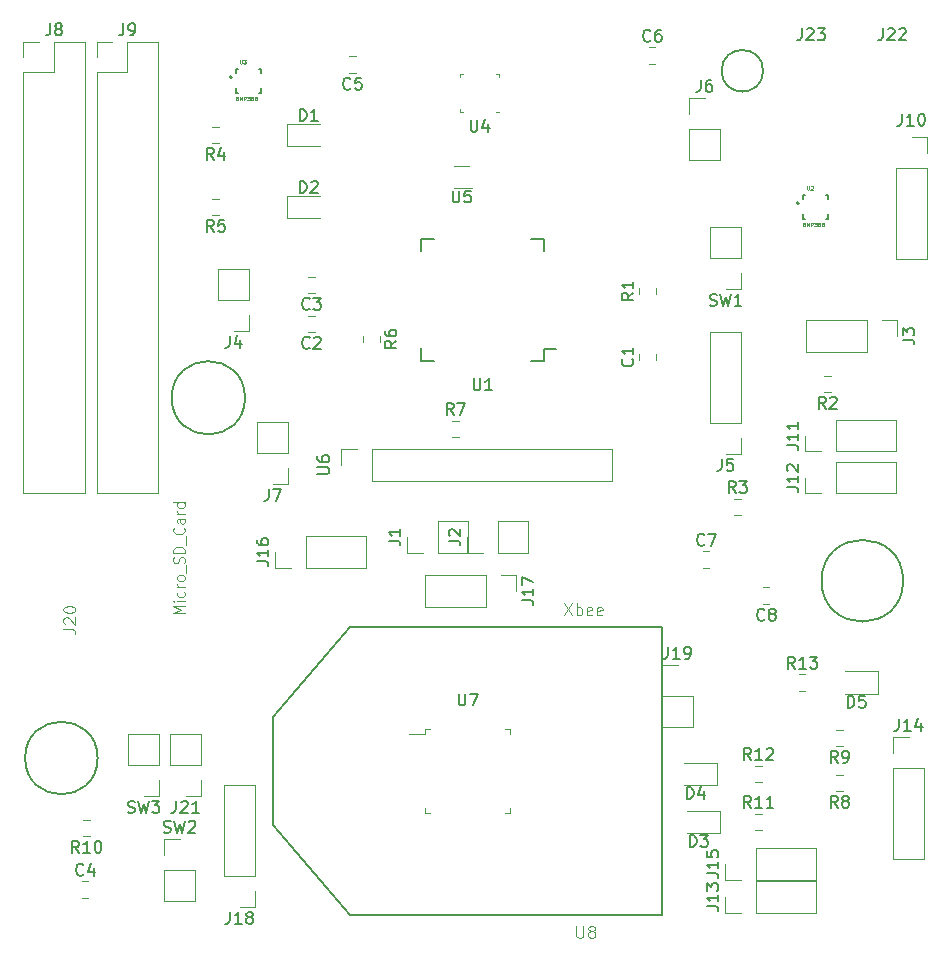
<source format=gbr>
G04 #@! TF.GenerationSoftware,KiCad,Pcbnew,(5.0.1-3-g963ef8bb5)*
G04 #@! TF.CreationDate,2020-02-17T18:14:17-05:00*
G04 #@! TF.ProjectId,v2SLI,7632534C492E6B696361645F70636200,rev?*
G04 #@! TF.SameCoordinates,Original*
G04 #@! TF.FileFunction,Legend,Top*
G04 #@! TF.FilePolarity,Positive*
%FSLAX46Y46*%
G04 Gerber Fmt 4.6, Leading zero omitted, Abs format (unit mm)*
G04 Created by KiCad (PCBNEW (5.0.1-3-g963ef8bb5)) date Monday, February 17, 2020 at 06:14:17 PM*
%MOMM*%
%LPD*%
G01*
G04 APERTURE LIST*
%ADD10C,0.200000*%
%ADD11C,0.120000*%
%ADD12C,0.150000*%
%ADD13C,0.127000*%
%ADD14C,0.050000*%
G04 APERTURE END LIST*
D10*
X131241353Y-94157352D02*
G75*
G03X131241353Y-94157352I-3069094J0D01*
G01*
X187590777Y-35970259D02*
G75*
G03X187590777Y-35970259I-1760518J0D01*
G01*
X199445033Y-79150259D02*
G75*
G03X199445033Y-79150259I-3454774J0D01*
G01*
X143718724Y-63656259D02*
G75*
G03X143718724Y-63656259I-3100465J0D01*
G01*
D11*
G04 #@! TO.C,U7*
X166120000Y-91690000D02*
X166120000Y-92110000D01*
X166120000Y-98810000D02*
X166120000Y-98390000D01*
X159000000Y-98810000D02*
X159000000Y-98390000D01*
X159000000Y-91690000D02*
X159420000Y-91690000D01*
X166120000Y-98810000D02*
X165700000Y-98810000D01*
X166120000Y-91690000D02*
X165700000Y-91690000D01*
X159000000Y-92110000D02*
X157620000Y-92110000D01*
X159000000Y-91690000D02*
X159000000Y-92110000D01*
X159000000Y-98810000D02*
X159420000Y-98810000D01*
G04 #@! TO.C,C1*
X178510000Y-60468252D02*
X178510000Y-59945748D01*
X177090000Y-60468252D02*
X177090000Y-59945748D01*
G04 #@! TO.C,C2*
X149613252Y-58114000D02*
X149090748Y-58114000D01*
X149613252Y-56694000D02*
X149090748Y-56694000D01*
G04 #@! TO.C,C3*
X149613252Y-53392000D02*
X149090748Y-53392000D01*
X149613252Y-54812000D02*
X149090748Y-54812000D01*
G04 #@! TO.C,C4*
X129943007Y-104602259D02*
X130465511Y-104602259D01*
X129943007Y-106022259D02*
X130465511Y-106022259D01*
G04 #@! TO.C,D1*
X147238000Y-42362000D02*
X150098000Y-42362000D01*
X147238000Y-40442000D02*
X147238000Y-42362000D01*
X150098000Y-40442000D02*
X147238000Y-40442000D01*
G04 #@! TO.C,D2*
X150098000Y-46538000D02*
X147238000Y-46538000D01*
X147238000Y-46538000D02*
X147238000Y-48458000D01*
X147238000Y-48458000D02*
X150098000Y-48458000D01*
G04 #@! TO.C,D3*
X183978000Y-98608000D02*
X181118000Y-98608000D01*
X183978000Y-100528000D02*
X183978000Y-98608000D01*
X181118000Y-100528000D02*
X183978000Y-100528000D01*
G04 #@! TO.C,D4*
X180864000Y-96464000D02*
X183724000Y-96464000D01*
X183724000Y-96464000D02*
X183724000Y-94544000D01*
X183724000Y-94544000D02*
X180864000Y-94544000D01*
G04 #@! TO.C,J1*
X162620000Y-76768000D02*
X162620000Y-74108000D01*
X160020000Y-76768000D02*
X162620000Y-76768000D01*
X160020000Y-74108000D02*
X162620000Y-74108000D01*
X160020000Y-76768000D02*
X160020000Y-74108000D01*
X158750000Y-76768000D02*
X157420000Y-76768000D01*
X157420000Y-76768000D02*
X157420000Y-75438000D01*
G04 #@! TO.C,J2*
X162500000Y-76768000D02*
X162500000Y-75438000D01*
X163830000Y-76768000D02*
X162500000Y-76768000D01*
X165100000Y-76768000D02*
X165100000Y-74108000D01*
X165100000Y-74108000D02*
X167700000Y-74108000D01*
X165100000Y-76768000D02*
X167700000Y-76768000D01*
X167700000Y-76768000D02*
X167700000Y-74108000D01*
G04 #@! TO.C,J3*
X198942000Y-57090000D02*
X198942000Y-58420000D01*
X197612000Y-57090000D02*
X198942000Y-57090000D01*
X196342000Y-57090000D02*
X196342000Y-59750000D01*
X196342000Y-59750000D02*
X191202000Y-59750000D01*
X196342000Y-57090000D02*
X191202000Y-57090000D01*
X191202000Y-57090000D02*
X191202000Y-59750000D01*
G04 #@! TO.C,J4*
X144078000Y-52772000D02*
X141418000Y-52772000D01*
X144078000Y-55372000D02*
X144078000Y-52772000D01*
X141418000Y-55372000D02*
X141418000Y-52772000D01*
X144078000Y-55372000D02*
X141418000Y-55372000D01*
X144078000Y-56642000D02*
X144078000Y-57972000D01*
X144078000Y-57972000D02*
X142748000Y-57972000D01*
G04 #@! TO.C,J5*
X185734000Y-58106000D02*
X183074000Y-58106000D01*
X185734000Y-65786000D02*
X185734000Y-58106000D01*
X183074000Y-65786000D02*
X183074000Y-58106000D01*
X185734000Y-65786000D02*
X183074000Y-65786000D01*
X185734000Y-67056000D02*
X185734000Y-68386000D01*
X185734000Y-68386000D02*
X184404000Y-68386000D01*
G04 #@! TO.C,J6*
X181296000Y-38294000D02*
X182626000Y-38294000D01*
X181296000Y-39624000D02*
X181296000Y-38294000D01*
X181296000Y-40894000D02*
X183956000Y-40894000D01*
X183956000Y-40894000D02*
X183956000Y-43494000D01*
X181296000Y-40894000D02*
X181296000Y-43494000D01*
X181296000Y-43494000D02*
X183956000Y-43494000D01*
G04 #@! TO.C,J7*
X147380000Y-65726000D02*
X144720000Y-65726000D01*
X147380000Y-68326000D02*
X147380000Y-65726000D01*
X144720000Y-68326000D02*
X144720000Y-65726000D01*
X147380000Y-68326000D02*
X144720000Y-68326000D01*
X147380000Y-69596000D02*
X147380000Y-70926000D01*
X147380000Y-70926000D02*
X146050000Y-70926000D01*
G04 #@! TO.C,J8*
X124955001Y-71735001D02*
X130155001Y-71735001D01*
X124955001Y-36115001D02*
X124955001Y-71735001D01*
X130155001Y-33515001D02*
X130155001Y-71735001D01*
X124955001Y-36115001D02*
X127555001Y-36115001D01*
X127555001Y-36115001D02*
X127555001Y-33515001D01*
X127555001Y-33515001D02*
X130155001Y-33515001D01*
X124955001Y-34845001D02*
X124955001Y-33515001D01*
X124955001Y-33515001D02*
X126285001Y-33515001D01*
G04 #@! TO.C,J9*
X131155001Y-33515001D02*
X132485001Y-33515001D01*
X131155001Y-34845001D02*
X131155001Y-33515001D01*
X133755001Y-33515001D02*
X136355001Y-33515001D01*
X133755001Y-36115001D02*
X133755001Y-33515001D01*
X131155001Y-36115001D02*
X133755001Y-36115001D01*
X136355001Y-33515001D02*
X136355001Y-71735001D01*
X131155001Y-36115001D02*
X131155001Y-71735001D01*
X131155001Y-71735001D02*
X136355001Y-71735001D01*
G04 #@! TO.C,J10*
X198822000Y-44196000D02*
X201482000Y-44196000D01*
X198822000Y-44196000D02*
X198822000Y-51876000D01*
X198822000Y-51876000D02*
X201482000Y-51876000D01*
X201482000Y-44196000D02*
X201482000Y-51876000D01*
X201482000Y-41596000D02*
X201482000Y-42926000D01*
X200152000Y-41596000D02*
X201482000Y-41596000D01*
G04 #@! TO.C,J11*
X198867588Y-68205990D02*
X198867588Y-65545990D01*
X193727588Y-68205990D02*
X198867588Y-68205990D01*
X193727588Y-65545990D02*
X198867588Y-65545990D01*
X193727588Y-68205990D02*
X193727588Y-65545990D01*
X192457588Y-68205990D02*
X191127588Y-68205990D01*
X191127588Y-68205990D02*
X191127588Y-66875990D01*
G04 #@! TO.C,J12*
X198867588Y-71761990D02*
X198867588Y-69101990D01*
X193727588Y-71761990D02*
X198867588Y-71761990D01*
X193727588Y-69101990D02*
X198867588Y-69101990D01*
X193727588Y-71761990D02*
X193727588Y-69101990D01*
X192457588Y-71761990D02*
X191127588Y-71761990D01*
X191127588Y-71761990D02*
X191127588Y-70431990D01*
G04 #@! TO.C,J13*
X184344000Y-107248000D02*
X184344000Y-105918000D01*
X185674000Y-107248000D02*
X184344000Y-107248000D01*
X186944000Y-107248000D02*
X186944000Y-104588000D01*
X186944000Y-104588000D02*
X192084000Y-104588000D01*
X186944000Y-107248000D02*
X192084000Y-107248000D01*
X192084000Y-107248000D02*
X192084000Y-104588000D01*
G04 #@! TO.C,J14*
X198568000Y-92396000D02*
X199898000Y-92396000D01*
X198568000Y-93726000D02*
X198568000Y-92396000D01*
X198568000Y-94996000D02*
X201228000Y-94996000D01*
X201228000Y-94996000D02*
X201228000Y-102676000D01*
X198568000Y-94996000D02*
X198568000Y-102676000D01*
X198568000Y-102676000D02*
X201228000Y-102676000D01*
G04 #@! TO.C,J15*
X192084000Y-104454000D02*
X192084000Y-101794000D01*
X186944000Y-104454000D02*
X192084000Y-104454000D01*
X186944000Y-101794000D02*
X192084000Y-101794000D01*
X186944000Y-104454000D02*
X186944000Y-101794000D01*
X185674000Y-104454000D02*
X184344000Y-104454000D01*
X184344000Y-104454000D02*
X184344000Y-103124000D01*
G04 #@! TO.C,J16*
X146244000Y-78038000D02*
X146244000Y-76708000D01*
X147574000Y-78038000D02*
X146244000Y-78038000D01*
X148844000Y-78038000D02*
X148844000Y-75378000D01*
X148844000Y-75378000D02*
X153984000Y-75378000D01*
X148844000Y-78038000D02*
X153984000Y-78038000D01*
X153984000Y-78038000D02*
X153984000Y-75378000D01*
G04 #@! TO.C,J17*
X158944000Y-78680000D02*
X158944000Y-81340000D01*
X164084000Y-78680000D02*
X158944000Y-78680000D01*
X164084000Y-81340000D02*
X158944000Y-81340000D01*
X164084000Y-78680000D02*
X164084000Y-81340000D01*
X165354000Y-78680000D02*
X166684000Y-78680000D01*
X166684000Y-78680000D02*
X166684000Y-80010000D01*
G04 #@! TO.C,J18*
X144586000Y-96460000D02*
X141926000Y-96460000D01*
X144586000Y-104140000D02*
X144586000Y-96460000D01*
X141926000Y-104140000D02*
X141926000Y-96460000D01*
X144586000Y-104140000D02*
X141926000Y-104140000D01*
X144586000Y-105410000D02*
X144586000Y-106740000D01*
X144586000Y-106740000D02*
X143256000Y-106740000D01*
G04 #@! TO.C,J19*
X179010000Y-86300000D02*
X180340000Y-86300000D01*
X179010000Y-87630000D02*
X179010000Y-86300000D01*
X179010000Y-88900000D02*
X181670000Y-88900000D01*
X181670000Y-88900000D02*
X181670000Y-91500000D01*
X179010000Y-88900000D02*
X179010000Y-91500000D01*
X179010000Y-91500000D02*
X181670000Y-91500000D01*
G04 #@! TO.C,J21*
X140014000Y-97342000D02*
X138684000Y-97342000D01*
X140014000Y-96012000D02*
X140014000Y-97342000D01*
X140014000Y-94742000D02*
X137354000Y-94742000D01*
X137354000Y-94742000D02*
X137354000Y-92142000D01*
X140014000Y-94742000D02*
X140014000Y-92142000D01*
X140014000Y-92142000D02*
X137354000Y-92142000D01*
G04 #@! TO.C,R1*
X178510000Y-54871252D02*
X178510000Y-54348748D01*
X177090000Y-54871252D02*
X177090000Y-54348748D01*
G04 #@! TO.C,R2*
X193301252Y-63194000D02*
X192778748Y-63194000D01*
X193301252Y-61774000D02*
X192778748Y-61774000D01*
G04 #@! TO.C,R3*
X185158748Y-73608000D02*
X185681252Y-73608000D01*
X185158748Y-72188000D02*
X185681252Y-72188000D01*
G04 #@! TO.C,R4*
X141485252Y-40692000D02*
X140962748Y-40692000D01*
X141485252Y-42112000D02*
X140962748Y-42112000D01*
G04 #@! TO.C,R5*
X141485252Y-48208000D02*
X140962748Y-48208000D01*
X141485252Y-46788000D02*
X140962748Y-46788000D01*
G04 #@! TO.C,R6*
X153722000Y-58412748D02*
X153722000Y-58935252D01*
X155142000Y-58412748D02*
X155142000Y-58935252D01*
G04 #@! TO.C,R7*
X161282748Y-67004000D02*
X161805252Y-67004000D01*
X161282748Y-65584000D02*
X161805252Y-65584000D01*
G04 #@! TO.C,R8*
X194317252Y-96976000D02*
X193794748Y-96976000D01*
X194317252Y-95556000D02*
X193794748Y-95556000D01*
G04 #@! TO.C,R9*
X194317252Y-93166000D02*
X193794748Y-93166000D01*
X194317252Y-91746000D02*
X193794748Y-91746000D01*
G04 #@! TO.C,R10*
X130563252Y-100786000D02*
X130040748Y-100786000D01*
X130563252Y-99366000D02*
X130040748Y-99366000D01*
G04 #@! TO.C,R11*
X186936748Y-98858000D02*
X187459252Y-98858000D01*
X186936748Y-100278000D02*
X187459252Y-100278000D01*
G04 #@! TO.C,R12*
X186936748Y-96214000D02*
X187459252Y-96214000D01*
X186936748Y-94794000D02*
X187459252Y-94794000D01*
G04 #@! TO.C,SW1*
X185734000Y-49216000D02*
X183074000Y-49216000D01*
X185734000Y-51816000D02*
X185734000Y-49216000D01*
X183074000Y-51816000D02*
X183074000Y-49216000D01*
X185734000Y-51816000D02*
X183074000Y-51816000D01*
X185734000Y-53086000D02*
X185734000Y-54416000D01*
X185734000Y-54416000D02*
X184404000Y-54416000D01*
G04 #@! TO.C,SW2*
X136846000Y-101032000D02*
X138176000Y-101032000D01*
X136846000Y-102362000D02*
X136846000Y-101032000D01*
X136846000Y-103632000D02*
X139506000Y-103632000D01*
X139506000Y-103632000D02*
X139506000Y-106232000D01*
X136846000Y-103632000D02*
X136846000Y-106232000D01*
X136846000Y-106232000D02*
X139506000Y-106232000D01*
G04 #@! TO.C,SW3*
X136458000Y-92142000D02*
X133798000Y-92142000D01*
X136458000Y-94742000D02*
X136458000Y-92142000D01*
X133798000Y-94742000D02*
X133798000Y-92142000D01*
X136458000Y-94742000D02*
X133798000Y-94742000D01*
X136458000Y-96012000D02*
X136458000Y-97342000D01*
X136458000Y-97342000D02*
X135128000Y-97342000D01*
D12*
G04 #@! TO.C,U1*
X169005000Y-60547000D02*
X169005000Y-59547000D01*
X158655000Y-60547000D02*
X158655000Y-59472000D01*
X158655000Y-50197000D02*
X158655000Y-51272000D01*
X169005000Y-50197000D02*
X169005000Y-51272000D01*
X169005000Y-60547000D02*
X167930000Y-60547000D01*
X169005000Y-50197000D02*
X167930000Y-50197000D01*
X158655000Y-50197000D02*
X159730000Y-50197000D01*
X158655000Y-60547000D02*
X159730000Y-60547000D01*
X169005000Y-59547000D02*
X170030000Y-59547000D01*
D10*
G04 #@! TO.C,U2*
X190624000Y-47198000D02*
G75*
G03X190624000Y-47198000I-100000J0D01*
G01*
D13*
X193054000Y-48528000D02*
X193054000Y-48128000D01*
X192874000Y-48528000D02*
X193054000Y-48528000D01*
X193054000Y-46468000D02*
X193054000Y-46868000D01*
X192874000Y-46468000D02*
X193054000Y-46468000D01*
X190994000Y-46468000D02*
X191174000Y-46468000D01*
X190994000Y-46868000D02*
X190994000Y-46468000D01*
X190994000Y-48528000D02*
X190994000Y-48128000D01*
X191174000Y-48528000D02*
X190994000Y-48528000D01*
G04 #@! TO.C,U3*
X143168000Y-37860000D02*
X142988000Y-37860000D01*
X142988000Y-37860000D02*
X142988000Y-37460000D01*
X142988000Y-36200000D02*
X142988000Y-35800000D01*
X142988000Y-35800000D02*
X143168000Y-35800000D01*
X144868000Y-35800000D02*
X145048000Y-35800000D01*
X145048000Y-35800000D02*
X145048000Y-36200000D01*
X144868000Y-37860000D02*
X145048000Y-37860000D01*
X145048000Y-37860000D02*
X145048000Y-37460000D01*
D10*
X142618000Y-36530000D02*
G75*
G03X142618000Y-36530000I-100000J0D01*
G01*
D11*
G04 #@! TO.C,U4*
X162216000Y-39456000D02*
X161966000Y-39456000D01*
X161966000Y-39456000D02*
X161966000Y-39206000D01*
X164936000Y-36236000D02*
X165186000Y-36236000D01*
X165186000Y-36236000D02*
X165186000Y-36486000D01*
X162216000Y-36236000D02*
X161966000Y-36236000D01*
X161966000Y-36236000D02*
X161966000Y-36486000D01*
X164936000Y-39456000D02*
X165186000Y-39456000D01*
G04 #@! TO.C,U5*
X161402000Y-44058000D02*
X162702000Y-44058000D01*
X162952000Y-45858000D02*
X161402000Y-45858000D01*
G04 #@! TO.C,U6*
X154432000Y-70672000D02*
X154432000Y-68012000D01*
X154432000Y-70672000D02*
X174812000Y-70672000D01*
X174812000Y-70672000D02*
X174812000Y-68012000D01*
X154432000Y-68012000D02*
X174812000Y-68012000D01*
X151832000Y-68012000D02*
X153162000Y-68012000D01*
X151832000Y-69342000D02*
X151832000Y-68012000D01*
D10*
G04 #@! TO.C,U8*
X146090000Y-99850000D02*
X146090000Y-90650000D01*
X152620000Y-83060000D02*
X179030000Y-83060000D01*
X179030000Y-83060000D02*
X179030000Y-107440000D01*
X179030000Y-107440000D02*
X152620000Y-107440000D01*
X152620000Y-107440000D02*
X146090000Y-99850000D01*
X152620000Y-83060000D02*
X146090000Y-90650000D01*
D11*
G04 #@! TO.C,C5*
X153080511Y-36172259D02*
X152558007Y-36172259D01*
X153080511Y-34752259D02*
X152558007Y-34752259D01*
G04 #@! TO.C,C6*
X177949007Y-35410259D02*
X178471511Y-35410259D01*
X177949007Y-33990259D02*
X178471511Y-33990259D01*
G04 #@! TO.C,C7*
X182521007Y-76662259D02*
X183043511Y-76662259D01*
X182521007Y-78082259D02*
X183043511Y-78082259D01*
G04 #@! TO.C,C8*
X188123511Y-79710259D02*
X187601007Y-79710259D01*
X188123511Y-81130259D02*
X187601007Y-81130259D01*
G04 #@! TO.C,D5*
X194482259Y-88746259D02*
X197342259Y-88746259D01*
X197342259Y-88746259D02*
X197342259Y-86826259D01*
X197342259Y-86826259D02*
X194482259Y-86826259D01*
G04 #@! TO.C,R13*
X190649007Y-87076259D02*
X191171511Y-87076259D01*
X190649007Y-88496259D02*
X191171511Y-88496259D01*
G04 #@! TO.C,U7*
D12*
X161798095Y-88702380D02*
X161798095Y-89511904D01*
X161845714Y-89607142D01*
X161893333Y-89654761D01*
X161988571Y-89702380D01*
X162179047Y-89702380D01*
X162274285Y-89654761D01*
X162321904Y-89607142D01*
X162369523Y-89511904D01*
X162369523Y-88702380D01*
X162750476Y-88702380D02*
X163417142Y-88702380D01*
X162988571Y-89702380D01*
G04 #@! TO.C,C1*
X176507142Y-60373666D02*
X176554761Y-60421285D01*
X176602380Y-60564142D01*
X176602380Y-60659380D01*
X176554761Y-60802238D01*
X176459523Y-60897476D01*
X176364285Y-60945095D01*
X176173809Y-60992714D01*
X176030952Y-60992714D01*
X175840476Y-60945095D01*
X175745238Y-60897476D01*
X175650000Y-60802238D01*
X175602380Y-60659380D01*
X175602380Y-60564142D01*
X175650000Y-60421285D01*
X175697619Y-60373666D01*
X176602380Y-59421285D02*
X176602380Y-59992714D01*
X176602380Y-59707000D02*
X175602380Y-59707000D01*
X175745238Y-59802238D01*
X175840476Y-59897476D01*
X175888095Y-59992714D01*
G04 #@! TO.C,C2*
X149185333Y-59411142D02*
X149137714Y-59458761D01*
X148994857Y-59506380D01*
X148899619Y-59506380D01*
X148756761Y-59458761D01*
X148661523Y-59363523D01*
X148613904Y-59268285D01*
X148566285Y-59077809D01*
X148566285Y-58934952D01*
X148613904Y-58744476D01*
X148661523Y-58649238D01*
X148756761Y-58554000D01*
X148899619Y-58506380D01*
X148994857Y-58506380D01*
X149137714Y-58554000D01*
X149185333Y-58601619D01*
X149566285Y-58601619D02*
X149613904Y-58554000D01*
X149709142Y-58506380D01*
X149947238Y-58506380D01*
X150042476Y-58554000D01*
X150090095Y-58601619D01*
X150137714Y-58696857D01*
X150137714Y-58792095D01*
X150090095Y-58934952D01*
X149518666Y-59506380D01*
X150137714Y-59506380D01*
G04 #@! TO.C,C3*
X149185333Y-56109142D02*
X149137714Y-56156761D01*
X148994857Y-56204380D01*
X148899619Y-56204380D01*
X148756761Y-56156761D01*
X148661523Y-56061523D01*
X148613904Y-55966285D01*
X148566285Y-55775809D01*
X148566285Y-55632952D01*
X148613904Y-55442476D01*
X148661523Y-55347238D01*
X148756761Y-55252000D01*
X148899619Y-55204380D01*
X148994857Y-55204380D01*
X149137714Y-55252000D01*
X149185333Y-55299619D01*
X149518666Y-55204380D02*
X150137714Y-55204380D01*
X149804380Y-55585333D01*
X149947238Y-55585333D01*
X150042476Y-55632952D01*
X150090095Y-55680571D01*
X150137714Y-55775809D01*
X150137714Y-56013904D01*
X150090095Y-56109142D01*
X150042476Y-56156761D01*
X149947238Y-56204380D01*
X149661523Y-56204380D01*
X149566285Y-56156761D01*
X149518666Y-56109142D01*
G04 #@! TO.C,C4*
X130037592Y-104019401D02*
X129989973Y-104067020D01*
X129847116Y-104114639D01*
X129751878Y-104114639D01*
X129609020Y-104067020D01*
X129513782Y-103971782D01*
X129466163Y-103876544D01*
X129418544Y-103686068D01*
X129418544Y-103543211D01*
X129466163Y-103352735D01*
X129513782Y-103257497D01*
X129609020Y-103162259D01*
X129751878Y-103114639D01*
X129847116Y-103114639D01*
X129989973Y-103162259D01*
X130037592Y-103209878D01*
X130894735Y-103447973D02*
X130894735Y-104114639D01*
X130656639Y-103067020D02*
X130418544Y-103781306D01*
X131037592Y-103781306D01*
G04 #@! TO.C,D1*
X148359904Y-40204380D02*
X148359904Y-39204380D01*
X148598000Y-39204380D01*
X148740857Y-39252000D01*
X148836095Y-39347238D01*
X148883714Y-39442476D01*
X148931333Y-39632952D01*
X148931333Y-39775809D01*
X148883714Y-39966285D01*
X148836095Y-40061523D01*
X148740857Y-40156761D01*
X148598000Y-40204380D01*
X148359904Y-40204380D01*
X149883714Y-40204380D02*
X149312285Y-40204380D01*
X149598000Y-40204380D02*
X149598000Y-39204380D01*
X149502761Y-39347238D01*
X149407523Y-39442476D01*
X149312285Y-39490095D01*
G04 #@! TO.C,D2*
X148359904Y-46300380D02*
X148359904Y-45300380D01*
X148598000Y-45300380D01*
X148740857Y-45348000D01*
X148836095Y-45443238D01*
X148883714Y-45538476D01*
X148931333Y-45728952D01*
X148931333Y-45871809D01*
X148883714Y-46062285D01*
X148836095Y-46157523D01*
X148740857Y-46252761D01*
X148598000Y-46300380D01*
X148359904Y-46300380D01*
X149312285Y-45395619D02*
X149359904Y-45348000D01*
X149455142Y-45300380D01*
X149693238Y-45300380D01*
X149788476Y-45348000D01*
X149836095Y-45395619D01*
X149883714Y-45490857D01*
X149883714Y-45586095D01*
X149836095Y-45728952D01*
X149264666Y-46300380D01*
X149883714Y-46300380D01*
G04 #@! TO.C,D3*
X181379904Y-101670380D02*
X181379904Y-100670380D01*
X181618000Y-100670380D01*
X181760857Y-100718000D01*
X181856095Y-100813238D01*
X181903714Y-100908476D01*
X181951333Y-101098952D01*
X181951333Y-101241809D01*
X181903714Y-101432285D01*
X181856095Y-101527523D01*
X181760857Y-101622761D01*
X181618000Y-101670380D01*
X181379904Y-101670380D01*
X182284666Y-100670380D02*
X182903714Y-100670380D01*
X182570380Y-101051333D01*
X182713238Y-101051333D01*
X182808476Y-101098952D01*
X182856095Y-101146571D01*
X182903714Y-101241809D01*
X182903714Y-101479904D01*
X182856095Y-101575142D01*
X182808476Y-101622761D01*
X182713238Y-101670380D01*
X182427523Y-101670380D01*
X182332285Y-101622761D01*
X182284666Y-101575142D01*
G04 #@! TO.C,D4*
X181125904Y-97606380D02*
X181125904Y-96606380D01*
X181364000Y-96606380D01*
X181506857Y-96654000D01*
X181602095Y-96749238D01*
X181649714Y-96844476D01*
X181697333Y-97034952D01*
X181697333Y-97177809D01*
X181649714Y-97368285D01*
X181602095Y-97463523D01*
X181506857Y-97558761D01*
X181364000Y-97606380D01*
X181125904Y-97606380D01*
X182554476Y-96939714D02*
X182554476Y-97606380D01*
X182316380Y-96558761D02*
X182078285Y-97273047D01*
X182697333Y-97273047D01*
G04 #@! TO.C,J1*
X155872380Y-75771333D02*
X156586666Y-75771333D01*
X156729523Y-75818952D01*
X156824761Y-75914190D01*
X156872380Y-76057047D01*
X156872380Y-76152285D01*
X156872380Y-74771333D02*
X156872380Y-75342761D01*
X156872380Y-75057047D02*
X155872380Y-75057047D01*
X156015238Y-75152285D01*
X156110476Y-75247523D01*
X156158095Y-75342761D01*
G04 #@! TO.C,J2*
X160952380Y-75771333D02*
X161666666Y-75771333D01*
X161809523Y-75818952D01*
X161904761Y-75914190D01*
X161952380Y-76057047D01*
X161952380Y-76152285D01*
X161047619Y-75342761D02*
X161000000Y-75295142D01*
X160952380Y-75199904D01*
X160952380Y-74961809D01*
X161000000Y-74866571D01*
X161047619Y-74818952D01*
X161142857Y-74771333D01*
X161238095Y-74771333D01*
X161380952Y-74818952D01*
X161952380Y-75390380D01*
X161952380Y-74771333D01*
G04 #@! TO.C,J3*
X199394380Y-58753333D02*
X200108666Y-58753333D01*
X200251523Y-58800952D01*
X200346761Y-58896190D01*
X200394380Y-59039047D01*
X200394380Y-59134285D01*
X199394380Y-58372380D02*
X199394380Y-57753333D01*
X199775333Y-58086666D01*
X199775333Y-57943809D01*
X199822952Y-57848571D01*
X199870571Y-57800952D01*
X199965809Y-57753333D01*
X200203904Y-57753333D01*
X200299142Y-57800952D01*
X200346761Y-57848571D01*
X200394380Y-57943809D01*
X200394380Y-58229523D01*
X200346761Y-58324761D01*
X200299142Y-58372380D01*
G04 #@! TO.C,J4*
X142414666Y-58424380D02*
X142414666Y-59138666D01*
X142367047Y-59281523D01*
X142271809Y-59376761D01*
X142128952Y-59424380D01*
X142033714Y-59424380D01*
X143319428Y-58757714D02*
X143319428Y-59424380D01*
X143081333Y-58376761D02*
X142843238Y-59091047D01*
X143462285Y-59091047D01*
G04 #@! TO.C,J5*
X184070666Y-68838380D02*
X184070666Y-69552666D01*
X184023047Y-69695523D01*
X183927809Y-69790761D01*
X183784952Y-69838380D01*
X183689714Y-69838380D01*
X185023047Y-68838380D02*
X184546857Y-68838380D01*
X184499238Y-69314571D01*
X184546857Y-69266952D01*
X184642095Y-69219333D01*
X184880190Y-69219333D01*
X184975428Y-69266952D01*
X185023047Y-69314571D01*
X185070666Y-69409809D01*
X185070666Y-69647904D01*
X185023047Y-69743142D01*
X184975428Y-69790761D01*
X184880190Y-69838380D01*
X184642095Y-69838380D01*
X184546857Y-69790761D01*
X184499238Y-69743142D01*
G04 #@! TO.C,J6*
X182292666Y-36746380D02*
X182292666Y-37460666D01*
X182245047Y-37603523D01*
X182149809Y-37698761D01*
X182006952Y-37746380D01*
X181911714Y-37746380D01*
X183197428Y-36746380D02*
X183006952Y-36746380D01*
X182911714Y-36794000D01*
X182864095Y-36841619D01*
X182768857Y-36984476D01*
X182721238Y-37174952D01*
X182721238Y-37555904D01*
X182768857Y-37651142D01*
X182816476Y-37698761D01*
X182911714Y-37746380D01*
X183102190Y-37746380D01*
X183197428Y-37698761D01*
X183245047Y-37651142D01*
X183292666Y-37555904D01*
X183292666Y-37317809D01*
X183245047Y-37222571D01*
X183197428Y-37174952D01*
X183102190Y-37127333D01*
X182911714Y-37127333D01*
X182816476Y-37174952D01*
X182768857Y-37222571D01*
X182721238Y-37317809D01*
G04 #@! TO.C,J7*
X145716666Y-71378380D02*
X145716666Y-72092666D01*
X145669047Y-72235523D01*
X145573809Y-72330761D01*
X145430952Y-72378380D01*
X145335714Y-72378380D01*
X146097619Y-71378380D02*
X146764285Y-71378380D01*
X146335714Y-72378380D01*
G04 #@! TO.C,J8*
X127221667Y-31967381D02*
X127221667Y-32681667D01*
X127174048Y-32824524D01*
X127078810Y-32919762D01*
X126935953Y-32967381D01*
X126840715Y-32967381D01*
X127840715Y-32395953D02*
X127745477Y-32348334D01*
X127697858Y-32300715D01*
X127650239Y-32205477D01*
X127650239Y-32157858D01*
X127697858Y-32062620D01*
X127745477Y-32015001D01*
X127840715Y-31967381D01*
X128031191Y-31967381D01*
X128126429Y-32015001D01*
X128174048Y-32062620D01*
X128221667Y-32157858D01*
X128221667Y-32205477D01*
X128174048Y-32300715D01*
X128126429Y-32348334D01*
X128031191Y-32395953D01*
X127840715Y-32395953D01*
X127745477Y-32443572D01*
X127697858Y-32491191D01*
X127650239Y-32586429D01*
X127650239Y-32776905D01*
X127697858Y-32872143D01*
X127745477Y-32919762D01*
X127840715Y-32967381D01*
X128031191Y-32967381D01*
X128126429Y-32919762D01*
X128174048Y-32872143D01*
X128221667Y-32776905D01*
X128221667Y-32586429D01*
X128174048Y-32491191D01*
X128126429Y-32443572D01*
X128031191Y-32395953D01*
G04 #@! TO.C,J9*
X133421667Y-31967381D02*
X133421667Y-32681667D01*
X133374048Y-32824524D01*
X133278810Y-32919762D01*
X133135953Y-32967381D01*
X133040715Y-32967381D01*
X133945477Y-32967381D02*
X134135953Y-32967381D01*
X134231191Y-32919762D01*
X134278810Y-32872143D01*
X134374048Y-32729286D01*
X134421667Y-32538810D01*
X134421667Y-32157858D01*
X134374048Y-32062620D01*
X134326429Y-32015001D01*
X134231191Y-31967381D01*
X134040715Y-31967381D01*
X133945477Y-32015001D01*
X133897858Y-32062620D01*
X133850239Y-32157858D01*
X133850239Y-32395953D01*
X133897858Y-32491191D01*
X133945477Y-32538810D01*
X134040715Y-32586429D01*
X134231191Y-32586429D01*
X134326429Y-32538810D01*
X134374048Y-32491191D01*
X134421667Y-32395953D01*
G04 #@! TO.C,J10*
X199342476Y-39608380D02*
X199342476Y-40322666D01*
X199294857Y-40465523D01*
X199199619Y-40560761D01*
X199056761Y-40608380D01*
X198961523Y-40608380D01*
X200342476Y-40608380D02*
X199771047Y-40608380D01*
X200056761Y-40608380D02*
X200056761Y-39608380D01*
X199961523Y-39751238D01*
X199866285Y-39846476D01*
X199771047Y-39894095D01*
X200961523Y-39608380D02*
X201056761Y-39608380D01*
X201152000Y-39656000D01*
X201199619Y-39703619D01*
X201247238Y-39798857D01*
X201294857Y-39989333D01*
X201294857Y-40227428D01*
X201247238Y-40417904D01*
X201199619Y-40513142D01*
X201152000Y-40560761D01*
X201056761Y-40608380D01*
X200961523Y-40608380D01*
X200866285Y-40560761D01*
X200818666Y-40513142D01*
X200771047Y-40417904D01*
X200723428Y-40227428D01*
X200723428Y-39989333D01*
X200771047Y-39798857D01*
X200818666Y-39703619D01*
X200866285Y-39656000D01*
X200961523Y-39608380D01*
G04 #@! TO.C,J11*
X189579968Y-67685513D02*
X190294254Y-67685513D01*
X190437111Y-67733132D01*
X190532349Y-67828370D01*
X190579968Y-67971228D01*
X190579968Y-68066466D01*
X190579968Y-66685513D02*
X190579968Y-67256942D01*
X190579968Y-66971228D02*
X189579968Y-66971228D01*
X189722826Y-67066466D01*
X189818064Y-67161704D01*
X189865683Y-67256942D01*
X190579968Y-65733132D02*
X190579968Y-66304561D01*
X190579968Y-66018847D02*
X189579968Y-66018847D01*
X189722826Y-66114085D01*
X189818064Y-66209323D01*
X189865683Y-66304561D01*
G04 #@! TO.C,J12*
X189579968Y-71241513D02*
X190294254Y-71241513D01*
X190437111Y-71289132D01*
X190532349Y-71384370D01*
X190579968Y-71527228D01*
X190579968Y-71622466D01*
X190579968Y-70241513D02*
X190579968Y-70812942D01*
X190579968Y-70527228D02*
X189579968Y-70527228D01*
X189722826Y-70622466D01*
X189818064Y-70717704D01*
X189865683Y-70812942D01*
X189675207Y-69860561D02*
X189627588Y-69812942D01*
X189579968Y-69717704D01*
X189579968Y-69479609D01*
X189627588Y-69384370D01*
X189675207Y-69336751D01*
X189770445Y-69289132D01*
X189865683Y-69289132D01*
X190008540Y-69336751D01*
X190579968Y-69908180D01*
X190579968Y-69289132D01*
G04 #@! TO.C,J13*
X182796380Y-106727523D02*
X183510666Y-106727523D01*
X183653523Y-106775142D01*
X183748761Y-106870380D01*
X183796380Y-107013238D01*
X183796380Y-107108476D01*
X183796380Y-105727523D02*
X183796380Y-106298952D01*
X183796380Y-106013238D02*
X182796380Y-106013238D01*
X182939238Y-106108476D01*
X183034476Y-106203714D01*
X183082095Y-106298952D01*
X182796380Y-105394190D02*
X182796380Y-104775142D01*
X183177333Y-105108476D01*
X183177333Y-104965619D01*
X183224952Y-104870380D01*
X183272571Y-104822761D01*
X183367809Y-104775142D01*
X183605904Y-104775142D01*
X183701142Y-104822761D01*
X183748761Y-104870380D01*
X183796380Y-104965619D01*
X183796380Y-105251333D01*
X183748761Y-105346571D01*
X183701142Y-105394190D01*
G04 #@! TO.C,J14*
X199088476Y-90848380D02*
X199088476Y-91562666D01*
X199040857Y-91705523D01*
X198945619Y-91800761D01*
X198802761Y-91848380D01*
X198707523Y-91848380D01*
X200088476Y-91848380D02*
X199517047Y-91848380D01*
X199802761Y-91848380D02*
X199802761Y-90848380D01*
X199707523Y-90991238D01*
X199612285Y-91086476D01*
X199517047Y-91134095D01*
X200945619Y-91181714D02*
X200945619Y-91848380D01*
X200707523Y-90800761D02*
X200469428Y-91515047D01*
X201088476Y-91515047D01*
G04 #@! TO.C,J15*
X182796380Y-103933523D02*
X183510666Y-103933523D01*
X183653523Y-103981142D01*
X183748761Y-104076380D01*
X183796380Y-104219238D01*
X183796380Y-104314476D01*
X183796380Y-102933523D02*
X183796380Y-103504952D01*
X183796380Y-103219238D02*
X182796380Y-103219238D01*
X182939238Y-103314476D01*
X183034476Y-103409714D01*
X183082095Y-103504952D01*
X182796380Y-102028761D02*
X182796380Y-102504952D01*
X183272571Y-102552571D01*
X183224952Y-102504952D01*
X183177333Y-102409714D01*
X183177333Y-102171619D01*
X183224952Y-102076380D01*
X183272571Y-102028761D01*
X183367809Y-101981142D01*
X183605904Y-101981142D01*
X183701142Y-102028761D01*
X183748761Y-102076380D01*
X183796380Y-102171619D01*
X183796380Y-102409714D01*
X183748761Y-102504952D01*
X183701142Y-102552571D01*
G04 #@! TO.C,J16*
X144696380Y-77517523D02*
X145410666Y-77517523D01*
X145553523Y-77565142D01*
X145648761Y-77660380D01*
X145696380Y-77803238D01*
X145696380Y-77898476D01*
X145696380Y-76517523D02*
X145696380Y-77088952D01*
X145696380Y-76803238D02*
X144696380Y-76803238D01*
X144839238Y-76898476D01*
X144934476Y-76993714D01*
X144982095Y-77088952D01*
X144696380Y-75660380D02*
X144696380Y-75850857D01*
X144744000Y-75946095D01*
X144791619Y-75993714D01*
X144934476Y-76088952D01*
X145124952Y-76136571D01*
X145505904Y-76136571D01*
X145601142Y-76088952D01*
X145648761Y-76041333D01*
X145696380Y-75946095D01*
X145696380Y-75755619D01*
X145648761Y-75660380D01*
X145601142Y-75612761D01*
X145505904Y-75565142D01*
X145267809Y-75565142D01*
X145172571Y-75612761D01*
X145124952Y-75660380D01*
X145077333Y-75755619D01*
X145077333Y-75946095D01*
X145124952Y-76041333D01*
X145172571Y-76088952D01*
X145267809Y-76136571D01*
G04 #@! TO.C,J17*
X167136380Y-80819523D02*
X167850666Y-80819523D01*
X167993523Y-80867142D01*
X168088761Y-80962380D01*
X168136380Y-81105238D01*
X168136380Y-81200476D01*
X168136380Y-79819523D02*
X168136380Y-80390952D01*
X168136380Y-80105238D02*
X167136380Y-80105238D01*
X167279238Y-80200476D01*
X167374476Y-80295714D01*
X167422095Y-80390952D01*
X167136380Y-79486190D02*
X167136380Y-78819523D01*
X168136380Y-79248095D01*
G04 #@! TO.C,J18*
X142446476Y-107192380D02*
X142446476Y-107906666D01*
X142398857Y-108049523D01*
X142303619Y-108144761D01*
X142160761Y-108192380D01*
X142065523Y-108192380D01*
X143446476Y-108192380D02*
X142875047Y-108192380D01*
X143160761Y-108192380D02*
X143160761Y-107192380D01*
X143065523Y-107335238D01*
X142970285Y-107430476D01*
X142875047Y-107478095D01*
X144017904Y-107620952D02*
X143922666Y-107573333D01*
X143875047Y-107525714D01*
X143827428Y-107430476D01*
X143827428Y-107382857D01*
X143875047Y-107287619D01*
X143922666Y-107240000D01*
X144017904Y-107192380D01*
X144208380Y-107192380D01*
X144303619Y-107240000D01*
X144351238Y-107287619D01*
X144398857Y-107382857D01*
X144398857Y-107430476D01*
X144351238Y-107525714D01*
X144303619Y-107573333D01*
X144208380Y-107620952D01*
X144017904Y-107620952D01*
X143922666Y-107668571D01*
X143875047Y-107716190D01*
X143827428Y-107811428D01*
X143827428Y-108001904D01*
X143875047Y-108097142D01*
X143922666Y-108144761D01*
X144017904Y-108192380D01*
X144208380Y-108192380D01*
X144303619Y-108144761D01*
X144351238Y-108097142D01*
X144398857Y-108001904D01*
X144398857Y-107811428D01*
X144351238Y-107716190D01*
X144303619Y-107668571D01*
X144208380Y-107620952D01*
G04 #@! TO.C,J19*
X179530476Y-84752380D02*
X179530476Y-85466666D01*
X179482857Y-85609523D01*
X179387619Y-85704761D01*
X179244761Y-85752380D01*
X179149523Y-85752380D01*
X180530476Y-85752380D02*
X179959047Y-85752380D01*
X180244761Y-85752380D02*
X180244761Y-84752380D01*
X180149523Y-84895238D01*
X180054285Y-84990476D01*
X179959047Y-85038095D01*
X181006666Y-85752380D02*
X181197142Y-85752380D01*
X181292380Y-85704761D01*
X181340000Y-85657142D01*
X181435238Y-85514285D01*
X181482857Y-85323809D01*
X181482857Y-84942857D01*
X181435238Y-84847619D01*
X181387619Y-84800000D01*
X181292380Y-84752380D01*
X181101904Y-84752380D01*
X181006666Y-84800000D01*
X180959047Y-84847619D01*
X180911428Y-84942857D01*
X180911428Y-85180952D01*
X180959047Y-85276190D01*
X181006666Y-85323809D01*
X181101904Y-85371428D01*
X181292380Y-85371428D01*
X181387619Y-85323809D01*
X181435238Y-85276190D01*
X181482857Y-85180952D01*
G04 #@! TO.C,J20*
D14*
X128353956Y-83244947D02*
X129068678Y-83244947D01*
X129211622Y-83292595D01*
X129306918Y-83387891D01*
X129354566Y-83530836D01*
X129354566Y-83626132D01*
X128449253Y-82816114D02*
X128401605Y-82768466D01*
X128353956Y-82673170D01*
X128353956Y-82434930D01*
X128401605Y-82339633D01*
X128449253Y-82291985D01*
X128544549Y-82244337D01*
X128639845Y-82244337D01*
X128782789Y-82291985D01*
X129354566Y-82863762D01*
X129354566Y-82244337D01*
X128353956Y-81624912D02*
X128353956Y-81529616D01*
X128401605Y-81434320D01*
X128449253Y-81386671D01*
X128544549Y-81339023D01*
X128735141Y-81291375D01*
X128973382Y-81291375D01*
X129163974Y-81339023D01*
X129259270Y-81386671D01*
X129306918Y-81434320D01*
X129354566Y-81529616D01*
X129354566Y-81624912D01*
X129306918Y-81720208D01*
X129259270Y-81767856D01*
X129163974Y-81815504D01*
X128973382Y-81863152D01*
X128735141Y-81863152D01*
X128544549Y-81815504D01*
X128449253Y-81767856D01*
X128401605Y-81720208D01*
X128353956Y-81624912D01*
X138628380Y-81908857D02*
X137628380Y-81908857D01*
X138342666Y-81608857D01*
X137628380Y-81308857D01*
X138628380Y-81308857D01*
X138628380Y-80880285D02*
X137961714Y-80880285D01*
X137628380Y-80880285D02*
X137676000Y-80923142D01*
X137723619Y-80880285D01*
X137676000Y-80837428D01*
X137628380Y-80880285D01*
X137723619Y-80880285D01*
X138580761Y-80066000D02*
X138628380Y-80151714D01*
X138628380Y-80323142D01*
X138580761Y-80408857D01*
X138533142Y-80451714D01*
X138437904Y-80494571D01*
X138152190Y-80494571D01*
X138056952Y-80451714D01*
X138009333Y-80408857D01*
X137961714Y-80323142D01*
X137961714Y-80151714D01*
X138009333Y-80066000D01*
X138628380Y-79680285D02*
X137961714Y-79680285D01*
X138152190Y-79680285D02*
X138056952Y-79637428D01*
X138009333Y-79594571D01*
X137961714Y-79508857D01*
X137961714Y-79423142D01*
X138628380Y-78994571D02*
X138580761Y-79080285D01*
X138533142Y-79123142D01*
X138437904Y-79166000D01*
X138152190Y-79166000D01*
X138056952Y-79123142D01*
X138009333Y-79080285D01*
X137961714Y-78994571D01*
X137961714Y-78866000D01*
X138009333Y-78780285D01*
X138056952Y-78737428D01*
X138152190Y-78694571D01*
X138437904Y-78694571D01*
X138533142Y-78737428D01*
X138580761Y-78780285D01*
X138628380Y-78866000D01*
X138628380Y-78994571D01*
X138723619Y-78523142D02*
X138723619Y-77837428D01*
X138580761Y-77666000D02*
X138628380Y-77537428D01*
X138628380Y-77323142D01*
X138580761Y-77237428D01*
X138533142Y-77194571D01*
X138437904Y-77151714D01*
X138342666Y-77151714D01*
X138247428Y-77194571D01*
X138199809Y-77237428D01*
X138152190Y-77323142D01*
X138104571Y-77494571D01*
X138056952Y-77580285D01*
X138009333Y-77623142D01*
X137914095Y-77666000D01*
X137818857Y-77666000D01*
X137723619Y-77623142D01*
X137676000Y-77580285D01*
X137628380Y-77494571D01*
X137628380Y-77280285D01*
X137676000Y-77151714D01*
X138628380Y-76766000D02*
X137628380Y-76766000D01*
X137628380Y-76551714D01*
X137676000Y-76423142D01*
X137771238Y-76337428D01*
X137866476Y-76294571D01*
X138056952Y-76251714D01*
X138199809Y-76251714D01*
X138390285Y-76294571D01*
X138485523Y-76337428D01*
X138580761Y-76423142D01*
X138628380Y-76551714D01*
X138628380Y-76766000D01*
X138723619Y-76080285D02*
X138723619Y-75394571D01*
X138533142Y-74666000D02*
X138580761Y-74708857D01*
X138628380Y-74837428D01*
X138628380Y-74923142D01*
X138580761Y-75051714D01*
X138485523Y-75137428D01*
X138390285Y-75180285D01*
X138199809Y-75223142D01*
X138056952Y-75223142D01*
X137866476Y-75180285D01*
X137771238Y-75137428D01*
X137676000Y-75051714D01*
X137628380Y-74923142D01*
X137628380Y-74837428D01*
X137676000Y-74708857D01*
X137723619Y-74666000D01*
X138628380Y-73894571D02*
X138104571Y-73894571D01*
X138009333Y-73937428D01*
X137961714Y-74023142D01*
X137961714Y-74194571D01*
X138009333Y-74280285D01*
X138580761Y-73894571D02*
X138628380Y-73980285D01*
X138628380Y-74194571D01*
X138580761Y-74280285D01*
X138485523Y-74323142D01*
X138390285Y-74323142D01*
X138295047Y-74280285D01*
X138247428Y-74194571D01*
X138247428Y-73980285D01*
X138199809Y-73894571D01*
X138628380Y-73466000D02*
X137961714Y-73466000D01*
X138152190Y-73466000D02*
X138056952Y-73423142D01*
X138009333Y-73380285D01*
X137961714Y-73294571D01*
X137961714Y-73208857D01*
X138628380Y-72523142D02*
X137628380Y-72523142D01*
X138580761Y-72523142D02*
X138628380Y-72608857D01*
X138628380Y-72780285D01*
X138580761Y-72866000D01*
X138533142Y-72908857D01*
X138437904Y-72951714D01*
X138152190Y-72951714D01*
X138056952Y-72908857D01*
X138009333Y-72866000D01*
X137961714Y-72780285D01*
X137961714Y-72608857D01*
X138009333Y-72523142D01*
G04 #@! TO.C,J21*
D12*
X137874476Y-97794380D02*
X137874476Y-98508666D01*
X137826857Y-98651523D01*
X137731619Y-98746761D01*
X137588761Y-98794380D01*
X137493523Y-98794380D01*
X138303047Y-97889619D02*
X138350666Y-97842000D01*
X138445904Y-97794380D01*
X138684000Y-97794380D01*
X138779238Y-97842000D01*
X138826857Y-97889619D01*
X138874476Y-97984857D01*
X138874476Y-98080095D01*
X138826857Y-98222952D01*
X138255428Y-98794380D01*
X138874476Y-98794380D01*
X139826857Y-98794380D02*
X139255428Y-98794380D01*
X139541142Y-98794380D02*
X139541142Y-97794380D01*
X139445904Y-97937238D01*
X139350666Y-98032476D01*
X139255428Y-98080095D01*
G04 #@! TO.C,R1*
X176602380Y-54776666D02*
X176126190Y-55110000D01*
X176602380Y-55348095D02*
X175602380Y-55348095D01*
X175602380Y-54967142D01*
X175650000Y-54871904D01*
X175697619Y-54824285D01*
X175792857Y-54776666D01*
X175935714Y-54776666D01*
X176030952Y-54824285D01*
X176078571Y-54871904D01*
X176126190Y-54967142D01*
X176126190Y-55348095D01*
X176602380Y-53824285D02*
X176602380Y-54395714D01*
X176602380Y-54110000D02*
X175602380Y-54110000D01*
X175745238Y-54205238D01*
X175840476Y-54300476D01*
X175888095Y-54395714D01*
G04 #@! TO.C,R2*
X192873333Y-64586380D02*
X192540000Y-64110190D01*
X192301904Y-64586380D02*
X192301904Y-63586380D01*
X192682857Y-63586380D01*
X192778095Y-63634000D01*
X192825714Y-63681619D01*
X192873333Y-63776857D01*
X192873333Y-63919714D01*
X192825714Y-64014952D01*
X192778095Y-64062571D01*
X192682857Y-64110190D01*
X192301904Y-64110190D01*
X193254285Y-63681619D02*
X193301904Y-63634000D01*
X193397142Y-63586380D01*
X193635238Y-63586380D01*
X193730476Y-63634000D01*
X193778095Y-63681619D01*
X193825714Y-63776857D01*
X193825714Y-63872095D01*
X193778095Y-64014952D01*
X193206666Y-64586380D01*
X193825714Y-64586380D01*
G04 #@! TO.C,R3*
X185253333Y-71700380D02*
X184920000Y-71224190D01*
X184681904Y-71700380D02*
X184681904Y-70700380D01*
X185062857Y-70700380D01*
X185158095Y-70748000D01*
X185205714Y-70795619D01*
X185253333Y-70890857D01*
X185253333Y-71033714D01*
X185205714Y-71128952D01*
X185158095Y-71176571D01*
X185062857Y-71224190D01*
X184681904Y-71224190D01*
X185586666Y-70700380D02*
X186205714Y-70700380D01*
X185872380Y-71081333D01*
X186015238Y-71081333D01*
X186110476Y-71128952D01*
X186158095Y-71176571D01*
X186205714Y-71271809D01*
X186205714Y-71509904D01*
X186158095Y-71605142D01*
X186110476Y-71652761D01*
X186015238Y-71700380D01*
X185729523Y-71700380D01*
X185634285Y-71652761D01*
X185586666Y-71605142D01*
G04 #@! TO.C,R4*
X141057333Y-43504380D02*
X140724000Y-43028190D01*
X140485904Y-43504380D02*
X140485904Y-42504380D01*
X140866857Y-42504380D01*
X140962095Y-42552000D01*
X141009714Y-42599619D01*
X141057333Y-42694857D01*
X141057333Y-42837714D01*
X141009714Y-42932952D01*
X140962095Y-42980571D01*
X140866857Y-43028190D01*
X140485904Y-43028190D01*
X141914476Y-42837714D02*
X141914476Y-43504380D01*
X141676380Y-42456761D02*
X141438285Y-43171047D01*
X142057333Y-43171047D01*
G04 #@! TO.C,R5*
X141057333Y-49600380D02*
X140724000Y-49124190D01*
X140485904Y-49600380D02*
X140485904Y-48600380D01*
X140866857Y-48600380D01*
X140962095Y-48648000D01*
X141009714Y-48695619D01*
X141057333Y-48790857D01*
X141057333Y-48933714D01*
X141009714Y-49028952D01*
X140962095Y-49076571D01*
X140866857Y-49124190D01*
X140485904Y-49124190D01*
X141962095Y-48600380D02*
X141485904Y-48600380D01*
X141438285Y-49076571D01*
X141485904Y-49028952D01*
X141581142Y-48981333D01*
X141819238Y-48981333D01*
X141914476Y-49028952D01*
X141962095Y-49076571D01*
X142009714Y-49171809D01*
X142009714Y-49409904D01*
X141962095Y-49505142D01*
X141914476Y-49552761D01*
X141819238Y-49600380D01*
X141581142Y-49600380D01*
X141485904Y-49552761D01*
X141438285Y-49505142D01*
G04 #@! TO.C,R6*
X156534380Y-58840666D02*
X156058190Y-59174000D01*
X156534380Y-59412095D02*
X155534380Y-59412095D01*
X155534380Y-59031142D01*
X155582000Y-58935904D01*
X155629619Y-58888285D01*
X155724857Y-58840666D01*
X155867714Y-58840666D01*
X155962952Y-58888285D01*
X156010571Y-58935904D01*
X156058190Y-59031142D01*
X156058190Y-59412095D01*
X155534380Y-57983523D02*
X155534380Y-58174000D01*
X155582000Y-58269238D01*
X155629619Y-58316857D01*
X155772476Y-58412095D01*
X155962952Y-58459714D01*
X156343904Y-58459714D01*
X156439142Y-58412095D01*
X156486761Y-58364476D01*
X156534380Y-58269238D01*
X156534380Y-58078761D01*
X156486761Y-57983523D01*
X156439142Y-57935904D01*
X156343904Y-57888285D01*
X156105809Y-57888285D01*
X156010571Y-57935904D01*
X155962952Y-57983523D01*
X155915333Y-58078761D01*
X155915333Y-58269238D01*
X155962952Y-58364476D01*
X156010571Y-58412095D01*
X156105809Y-58459714D01*
G04 #@! TO.C,R7*
X161377333Y-65096380D02*
X161044000Y-64620190D01*
X160805904Y-65096380D02*
X160805904Y-64096380D01*
X161186857Y-64096380D01*
X161282095Y-64144000D01*
X161329714Y-64191619D01*
X161377333Y-64286857D01*
X161377333Y-64429714D01*
X161329714Y-64524952D01*
X161282095Y-64572571D01*
X161186857Y-64620190D01*
X160805904Y-64620190D01*
X161710666Y-64096380D02*
X162377333Y-64096380D01*
X161948761Y-65096380D01*
G04 #@! TO.C,R8*
X193889333Y-98368380D02*
X193556000Y-97892190D01*
X193317904Y-98368380D02*
X193317904Y-97368380D01*
X193698857Y-97368380D01*
X193794095Y-97416000D01*
X193841714Y-97463619D01*
X193889333Y-97558857D01*
X193889333Y-97701714D01*
X193841714Y-97796952D01*
X193794095Y-97844571D01*
X193698857Y-97892190D01*
X193317904Y-97892190D01*
X194460761Y-97796952D02*
X194365523Y-97749333D01*
X194317904Y-97701714D01*
X194270285Y-97606476D01*
X194270285Y-97558857D01*
X194317904Y-97463619D01*
X194365523Y-97416000D01*
X194460761Y-97368380D01*
X194651238Y-97368380D01*
X194746476Y-97416000D01*
X194794095Y-97463619D01*
X194841714Y-97558857D01*
X194841714Y-97606476D01*
X194794095Y-97701714D01*
X194746476Y-97749333D01*
X194651238Y-97796952D01*
X194460761Y-97796952D01*
X194365523Y-97844571D01*
X194317904Y-97892190D01*
X194270285Y-97987428D01*
X194270285Y-98177904D01*
X194317904Y-98273142D01*
X194365523Y-98320761D01*
X194460761Y-98368380D01*
X194651238Y-98368380D01*
X194746476Y-98320761D01*
X194794095Y-98273142D01*
X194841714Y-98177904D01*
X194841714Y-97987428D01*
X194794095Y-97892190D01*
X194746476Y-97844571D01*
X194651238Y-97796952D01*
G04 #@! TO.C,R9*
X193889333Y-94558380D02*
X193556000Y-94082190D01*
X193317904Y-94558380D02*
X193317904Y-93558380D01*
X193698857Y-93558380D01*
X193794095Y-93606000D01*
X193841714Y-93653619D01*
X193889333Y-93748857D01*
X193889333Y-93891714D01*
X193841714Y-93986952D01*
X193794095Y-94034571D01*
X193698857Y-94082190D01*
X193317904Y-94082190D01*
X194365523Y-94558380D02*
X194556000Y-94558380D01*
X194651238Y-94510761D01*
X194698857Y-94463142D01*
X194794095Y-94320285D01*
X194841714Y-94129809D01*
X194841714Y-93748857D01*
X194794095Y-93653619D01*
X194746476Y-93606000D01*
X194651238Y-93558380D01*
X194460761Y-93558380D01*
X194365523Y-93606000D01*
X194317904Y-93653619D01*
X194270285Y-93748857D01*
X194270285Y-93986952D01*
X194317904Y-94082190D01*
X194365523Y-94129809D01*
X194460761Y-94177428D01*
X194651238Y-94177428D01*
X194746476Y-94129809D01*
X194794095Y-94082190D01*
X194841714Y-93986952D01*
G04 #@! TO.C,R10*
X129659142Y-102178380D02*
X129325809Y-101702190D01*
X129087714Y-102178380D02*
X129087714Y-101178380D01*
X129468666Y-101178380D01*
X129563904Y-101226000D01*
X129611523Y-101273619D01*
X129659142Y-101368857D01*
X129659142Y-101511714D01*
X129611523Y-101606952D01*
X129563904Y-101654571D01*
X129468666Y-101702190D01*
X129087714Y-101702190D01*
X130611523Y-102178380D02*
X130040095Y-102178380D01*
X130325809Y-102178380D02*
X130325809Y-101178380D01*
X130230571Y-101321238D01*
X130135333Y-101416476D01*
X130040095Y-101464095D01*
X131230571Y-101178380D02*
X131325809Y-101178380D01*
X131421047Y-101226000D01*
X131468666Y-101273619D01*
X131516285Y-101368857D01*
X131563904Y-101559333D01*
X131563904Y-101797428D01*
X131516285Y-101987904D01*
X131468666Y-102083142D01*
X131421047Y-102130761D01*
X131325809Y-102178380D01*
X131230571Y-102178380D01*
X131135333Y-102130761D01*
X131087714Y-102083142D01*
X131040095Y-101987904D01*
X130992476Y-101797428D01*
X130992476Y-101559333D01*
X131040095Y-101368857D01*
X131087714Y-101273619D01*
X131135333Y-101226000D01*
X131230571Y-101178380D01*
G04 #@! TO.C,R11*
X186555142Y-98370380D02*
X186221809Y-97894190D01*
X185983714Y-98370380D02*
X185983714Y-97370380D01*
X186364666Y-97370380D01*
X186459904Y-97418000D01*
X186507523Y-97465619D01*
X186555142Y-97560857D01*
X186555142Y-97703714D01*
X186507523Y-97798952D01*
X186459904Y-97846571D01*
X186364666Y-97894190D01*
X185983714Y-97894190D01*
X187507523Y-98370380D02*
X186936095Y-98370380D01*
X187221809Y-98370380D02*
X187221809Y-97370380D01*
X187126571Y-97513238D01*
X187031333Y-97608476D01*
X186936095Y-97656095D01*
X188459904Y-98370380D02*
X187888476Y-98370380D01*
X188174190Y-98370380D02*
X188174190Y-97370380D01*
X188078952Y-97513238D01*
X187983714Y-97608476D01*
X187888476Y-97656095D01*
G04 #@! TO.C,R12*
X186555142Y-94306380D02*
X186221809Y-93830190D01*
X185983714Y-94306380D02*
X185983714Y-93306380D01*
X186364666Y-93306380D01*
X186459904Y-93354000D01*
X186507523Y-93401619D01*
X186555142Y-93496857D01*
X186555142Y-93639714D01*
X186507523Y-93734952D01*
X186459904Y-93782571D01*
X186364666Y-93830190D01*
X185983714Y-93830190D01*
X187507523Y-94306380D02*
X186936095Y-94306380D01*
X187221809Y-94306380D02*
X187221809Y-93306380D01*
X187126571Y-93449238D01*
X187031333Y-93544476D01*
X186936095Y-93592095D01*
X187888476Y-93401619D02*
X187936095Y-93354000D01*
X188031333Y-93306380D01*
X188269428Y-93306380D01*
X188364666Y-93354000D01*
X188412285Y-93401619D01*
X188459904Y-93496857D01*
X188459904Y-93592095D01*
X188412285Y-93734952D01*
X187840857Y-94306380D01*
X188459904Y-94306380D01*
G04 #@! TO.C,SW1*
X183070666Y-55820761D02*
X183213523Y-55868380D01*
X183451619Y-55868380D01*
X183546857Y-55820761D01*
X183594476Y-55773142D01*
X183642095Y-55677904D01*
X183642095Y-55582666D01*
X183594476Y-55487428D01*
X183546857Y-55439809D01*
X183451619Y-55392190D01*
X183261142Y-55344571D01*
X183165904Y-55296952D01*
X183118285Y-55249333D01*
X183070666Y-55154095D01*
X183070666Y-55058857D01*
X183118285Y-54963619D01*
X183165904Y-54916000D01*
X183261142Y-54868380D01*
X183499238Y-54868380D01*
X183642095Y-54916000D01*
X183975428Y-54868380D02*
X184213523Y-55868380D01*
X184404000Y-55154095D01*
X184594476Y-55868380D01*
X184832571Y-54868380D01*
X185737333Y-55868380D02*
X185165904Y-55868380D01*
X185451619Y-55868380D02*
X185451619Y-54868380D01*
X185356380Y-55011238D01*
X185261142Y-55106476D01*
X185165904Y-55154095D01*
G04 #@! TO.C,SW2*
X136842666Y-100436761D02*
X136985523Y-100484380D01*
X137223619Y-100484380D01*
X137318857Y-100436761D01*
X137366476Y-100389142D01*
X137414095Y-100293904D01*
X137414095Y-100198666D01*
X137366476Y-100103428D01*
X137318857Y-100055809D01*
X137223619Y-100008190D01*
X137033142Y-99960571D01*
X136937904Y-99912952D01*
X136890285Y-99865333D01*
X136842666Y-99770095D01*
X136842666Y-99674857D01*
X136890285Y-99579619D01*
X136937904Y-99532000D01*
X137033142Y-99484380D01*
X137271238Y-99484380D01*
X137414095Y-99532000D01*
X137747428Y-99484380D02*
X137985523Y-100484380D01*
X138176000Y-99770095D01*
X138366476Y-100484380D01*
X138604571Y-99484380D01*
X138937904Y-99579619D02*
X138985523Y-99532000D01*
X139080761Y-99484380D01*
X139318857Y-99484380D01*
X139414095Y-99532000D01*
X139461714Y-99579619D01*
X139509333Y-99674857D01*
X139509333Y-99770095D01*
X139461714Y-99912952D01*
X138890285Y-100484380D01*
X139509333Y-100484380D01*
G04 #@! TO.C,SW3*
X133794666Y-98746761D02*
X133937523Y-98794380D01*
X134175619Y-98794380D01*
X134270857Y-98746761D01*
X134318476Y-98699142D01*
X134366095Y-98603904D01*
X134366095Y-98508666D01*
X134318476Y-98413428D01*
X134270857Y-98365809D01*
X134175619Y-98318190D01*
X133985142Y-98270571D01*
X133889904Y-98222952D01*
X133842285Y-98175333D01*
X133794666Y-98080095D01*
X133794666Y-97984857D01*
X133842285Y-97889619D01*
X133889904Y-97842000D01*
X133985142Y-97794380D01*
X134223238Y-97794380D01*
X134366095Y-97842000D01*
X134699428Y-97794380D02*
X134937523Y-98794380D01*
X135128000Y-98080095D01*
X135318476Y-98794380D01*
X135556571Y-97794380D01*
X135842285Y-97794380D02*
X136461333Y-97794380D01*
X136128000Y-98175333D01*
X136270857Y-98175333D01*
X136366095Y-98222952D01*
X136413714Y-98270571D01*
X136461333Y-98365809D01*
X136461333Y-98603904D01*
X136413714Y-98699142D01*
X136366095Y-98746761D01*
X136270857Y-98794380D01*
X135985142Y-98794380D01*
X135889904Y-98746761D01*
X135842285Y-98699142D01*
G04 #@! TO.C,U1*
X163068095Y-62024380D02*
X163068095Y-62833904D01*
X163115714Y-62929142D01*
X163163333Y-62976761D01*
X163258571Y-63024380D01*
X163449047Y-63024380D01*
X163544285Y-62976761D01*
X163591904Y-62929142D01*
X163639523Y-62833904D01*
X163639523Y-62024380D01*
X164639523Y-63024380D02*
X164068095Y-63024380D01*
X164353809Y-63024380D02*
X164353809Y-62024380D01*
X164258571Y-62167238D01*
X164163333Y-62262476D01*
X164068095Y-62310095D01*
G04 #@! TO.C,U2*
D14*
X191292001Y-45717144D02*
X191292001Y-45976543D01*
X191307260Y-46007060D01*
X191322519Y-46022319D01*
X191353036Y-46037578D01*
X191414071Y-46037578D01*
X191444589Y-46022319D01*
X191459848Y-46007060D01*
X191475106Y-45976543D01*
X191475106Y-45717144D01*
X191612435Y-45747661D02*
X191627694Y-45732403D01*
X191658212Y-45717144D01*
X191734505Y-45717144D01*
X191765023Y-45732403D01*
X191780282Y-45747661D01*
X191795540Y-45778179D01*
X191795540Y-45808696D01*
X191780282Y-45854473D01*
X191597177Y-46037578D01*
X191795540Y-46037578D01*
X191061392Y-48974188D02*
X191107176Y-48989449D01*
X191122437Y-49004710D01*
X191137698Y-49035233D01*
X191137698Y-49081017D01*
X191122437Y-49111539D01*
X191107176Y-49126800D01*
X191076653Y-49142062D01*
X190954563Y-49142062D01*
X190954563Y-48821575D01*
X191061392Y-48821575D01*
X191091915Y-48836836D01*
X191107176Y-48852097D01*
X191122437Y-48882620D01*
X191122437Y-48913142D01*
X191107176Y-48943665D01*
X191091915Y-48958926D01*
X191061392Y-48974188D01*
X190954563Y-48974188D01*
X191275050Y-49142062D02*
X191275050Y-48821575D01*
X191381879Y-49050494D01*
X191488708Y-48821575D01*
X191488708Y-49142062D01*
X191641321Y-49142062D02*
X191641321Y-48821575D01*
X191763411Y-48821575D01*
X191793934Y-48836836D01*
X191809195Y-48852097D01*
X191824456Y-48882620D01*
X191824456Y-48928404D01*
X191809195Y-48958926D01*
X191793934Y-48974188D01*
X191763411Y-48989449D01*
X191641321Y-48989449D01*
X191931285Y-48821575D02*
X192129682Y-48821575D01*
X192022853Y-48943665D01*
X192068637Y-48943665D01*
X192099159Y-48958926D01*
X192114421Y-48974188D01*
X192129682Y-49004710D01*
X192129682Y-49081017D01*
X192114421Y-49111539D01*
X192099159Y-49126800D01*
X192068637Y-49142062D01*
X191977069Y-49142062D01*
X191946547Y-49126800D01*
X191931285Y-49111539D01*
X192312817Y-48958926D02*
X192282295Y-48943665D01*
X192267034Y-48928404D01*
X192251772Y-48897881D01*
X192251772Y-48882620D01*
X192267034Y-48852097D01*
X192282295Y-48836836D01*
X192312817Y-48821575D01*
X192373863Y-48821575D01*
X192404385Y-48836836D01*
X192419646Y-48852097D01*
X192434908Y-48882620D01*
X192434908Y-48897881D01*
X192419646Y-48928404D01*
X192404385Y-48943665D01*
X192373863Y-48958926D01*
X192312817Y-48958926D01*
X192282295Y-48974188D01*
X192267034Y-48989449D01*
X192251772Y-49019971D01*
X192251772Y-49081017D01*
X192267034Y-49111539D01*
X192282295Y-49126800D01*
X192312817Y-49142062D01*
X192373863Y-49142062D01*
X192404385Y-49126800D01*
X192419646Y-49111539D01*
X192434908Y-49081017D01*
X192434908Y-49019971D01*
X192419646Y-48989449D01*
X192404385Y-48974188D01*
X192373863Y-48958926D01*
X192618043Y-48958926D02*
X192587521Y-48943665D01*
X192572259Y-48928404D01*
X192556998Y-48897881D01*
X192556998Y-48882620D01*
X192572259Y-48852097D01*
X192587521Y-48836836D01*
X192618043Y-48821575D01*
X192679088Y-48821575D01*
X192709611Y-48836836D01*
X192724872Y-48852097D01*
X192740133Y-48882620D01*
X192740133Y-48897881D01*
X192724872Y-48928404D01*
X192709611Y-48943665D01*
X192679088Y-48958926D01*
X192618043Y-48958926D01*
X192587521Y-48974188D01*
X192572259Y-48989449D01*
X192556998Y-49019971D01*
X192556998Y-49081017D01*
X192572259Y-49111539D01*
X192587521Y-49126800D01*
X192618043Y-49142062D01*
X192679088Y-49142062D01*
X192709611Y-49126800D01*
X192724872Y-49111539D01*
X192740133Y-49081017D01*
X192740133Y-49019971D01*
X192724872Y-48989449D01*
X192709611Y-48974188D01*
X192679088Y-48958926D01*
G04 #@! TO.C,U3*
X143286001Y-35049144D02*
X143286001Y-35308543D01*
X143301260Y-35339060D01*
X143316519Y-35354319D01*
X143347036Y-35369578D01*
X143408071Y-35369578D01*
X143438589Y-35354319D01*
X143453848Y-35339060D01*
X143469106Y-35308543D01*
X143469106Y-35049144D01*
X143591177Y-35049144D02*
X143789540Y-35049144D01*
X143682729Y-35171214D01*
X143728505Y-35171214D01*
X143759023Y-35186473D01*
X143774282Y-35201731D01*
X143789540Y-35232249D01*
X143789540Y-35308543D01*
X143774282Y-35339060D01*
X143759023Y-35354319D01*
X143728505Y-35369578D01*
X143636953Y-35369578D01*
X143606435Y-35354319D01*
X143591177Y-35339060D01*
X143055392Y-38306188D02*
X143101176Y-38321449D01*
X143116437Y-38336710D01*
X143131698Y-38367233D01*
X143131698Y-38413017D01*
X143116437Y-38443539D01*
X143101176Y-38458800D01*
X143070653Y-38474062D01*
X142948563Y-38474062D01*
X142948563Y-38153575D01*
X143055392Y-38153575D01*
X143085915Y-38168836D01*
X143101176Y-38184097D01*
X143116437Y-38214620D01*
X143116437Y-38245142D01*
X143101176Y-38275665D01*
X143085915Y-38290926D01*
X143055392Y-38306188D01*
X142948563Y-38306188D01*
X143269050Y-38474062D02*
X143269050Y-38153575D01*
X143375879Y-38382494D01*
X143482708Y-38153575D01*
X143482708Y-38474062D01*
X143635321Y-38474062D02*
X143635321Y-38153575D01*
X143757411Y-38153575D01*
X143787934Y-38168836D01*
X143803195Y-38184097D01*
X143818456Y-38214620D01*
X143818456Y-38260404D01*
X143803195Y-38290926D01*
X143787934Y-38306188D01*
X143757411Y-38321449D01*
X143635321Y-38321449D01*
X143925285Y-38153575D02*
X144123682Y-38153575D01*
X144016853Y-38275665D01*
X144062637Y-38275665D01*
X144093159Y-38290926D01*
X144108421Y-38306188D01*
X144123682Y-38336710D01*
X144123682Y-38413017D01*
X144108421Y-38443539D01*
X144093159Y-38458800D01*
X144062637Y-38474062D01*
X143971069Y-38474062D01*
X143940547Y-38458800D01*
X143925285Y-38443539D01*
X144306817Y-38290926D02*
X144276295Y-38275665D01*
X144261034Y-38260404D01*
X144245772Y-38229881D01*
X144245772Y-38214620D01*
X144261034Y-38184097D01*
X144276295Y-38168836D01*
X144306817Y-38153575D01*
X144367863Y-38153575D01*
X144398385Y-38168836D01*
X144413646Y-38184097D01*
X144428908Y-38214620D01*
X144428908Y-38229881D01*
X144413646Y-38260404D01*
X144398385Y-38275665D01*
X144367863Y-38290926D01*
X144306817Y-38290926D01*
X144276295Y-38306188D01*
X144261034Y-38321449D01*
X144245772Y-38351971D01*
X144245772Y-38413017D01*
X144261034Y-38443539D01*
X144276295Y-38458800D01*
X144306817Y-38474062D01*
X144367863Y-38474062D01*
X144398385Y-38458800D01*
X144413646Y-38443539D01*
X144428908Y-38413017D01*
X144428908Y-38351971D01*
X144413646Y-38321449D01*
X144398385Y-38306188D01*
X144367863Y-38290926D01*
X144612043Y-38290926D02*
X144581521Y-38275665D01*
X144566259Y-38260404D01*
X144550998Y-38229881D01*
X144550998Y-38214620D01*
X144566259Y-38184097D01*
X144581521Y-38168836D01*
X144612043Y-38153575D01*
X144673088Y-38153575D01*
X144703611Y-38168836D01*
X144718872Y-38184097D01*
X144734133Y-38214620D01*
X144734133Y-38229881D01*
X144718872Y-38260404D01*
X144703611Y-38275665D01*
X144673088Y-38290926D01*
X144612043Y-38290926D01*
X144581521Y-38306188D01*
X144566259Y-38321449D01*
X144550998Y-38351971D01*
X144550998Y-38413017D01*
X144566259Y-38443539D01*
X144581521Y-38458800D01*
X144612043Y-38474062D01*
X144673088Y-38474062D01*
X144703611Y-38458800D01*
X144718872Y-38443539D01*
X144734133Y-38413017D01*
X144734133Y-38351971D01*
X144718872Y-38321449D01*
X144703611Y-38306188D01*
X144673088Y-38290926D01*
G04 #@! TO.C,U4*
D12*
X162814095Y-40118380D02*
X162814095Y-40927904D01*
X162861714Y-41023142D01*
X162909333Y-41070761D01*
X163004571Y-41118380D01*
X163195047Y-41118380D01*
X163290285Y-41070761D01*
X163337904Y-41023142D01*
X163385523Y-40927904D01*
X163385523Y-40118380D01*
X164290285Y-40451714D02*
X164290285Y-41118380D01*
X164052190Y-40070761D02*
X163814095Y-40785047D01*
X164433142Y-40785047D01*
G04 #@! TO.C,U5*
X161290095Y-46110380D02*
X161290095Y-46919904D01*
X161337714Y-47015142D01*
X161385333Y-47062761D01*
X161480571Y-47110380D01*
X161671047Y-47110380D01*
X161766285Y-47062761D01*
X161813904Y-47015142D01*
X161861523Y-46919904D01*
X161861523Y-46110380D01*
X162813904Y-46110380D02*
X162337714Y-46110380D01*
X162290095Y-46586571D01*
X162337714Y-46538952D01*
X162432952Y-46491333D01*
X162671047Y-46491333D01*
X162766285Y-46538952D01*
X162813904Y-46586571D01*
X162861523Y-46681809D01*
X162861523Y-46919904D01*
X162813904Y-47015142D01*
X162766285Y-47062761D01*
X162671047Y-47110380D01*
X162432952Y-47110380D01*
X162337714Y-47062761D01*
X162290095Y-47015142D01*
G04 #@! TO.C,U6*
X149844380Y-70103904D02*
X150653904Y-70103904D01*
X150749142Y-70056285D01*
X150796761Y-70008666D01*
X150844380Y-69913428D01*
X150844380Y-69722952D01*
X150796761Y-69627714D01*
X150749142Y-69580095D01*
X150653904Y-69532476D01*
X149844380Y-69532476D01*
X149844380Y-68627714D02*
X149844380Y-68818190D01*
X149892000Y-68913428D01*
X149939619Y-68961047D01*
X150082476Y-69056285D01*
X150272952Y-69103904D01*
X150653904Y-69103904D01*
X150749142Y-69056285D01*
X150796761Y-69008666D01*
X150844380Y-68913428D01*
X150844380Y-68722952D01*
X150796761Y-68627714D01*
X150749142Y-68580095D01*
X150653904Y-68532476D01*
X150415809Y-68532476D01*
X150320571Y-68580095D01*
X150272952Y-68627714D01*
X150225333Y-68722952D01*
X150225333Y-68913428D01*
X150272952Y-69008666D01*
X150320571Y-69056285D01*
X150415809Y-69103904D01*
G04 #@! TO.C,U8*
D14*
X171786203Y-108377305D02*
X171786203Y-109189306D01*
X171833968Y-109284835D01*
X171881733Y-109332600D01*
X171977262Y-109380365D01*
X172168321Y-109380365D01*
X172263851Y-109332600D01*
X172311616Y-109284835D01*
X172359380Y-109189306D01*
X172359380Y-108377305D01*
X172980322Y-108807188D02*
X172884793Y-108759423D01*
X172837028Y-108711658D01*
X172789263Y-108616129D01*
X172789263Y-108568364D01*
X172837028Y-108472834D01*
X172884793Y-108425070D01*
X172980322Y-108377305D01*
X173171381Y-108377305D01*
X173266911Y-108425070D01*
X173314676Y-108472834D01*
X173362440Y-108568364D01*
X173362440Y-108616129D01*
X173314676Y-108711658D01*
X173266911Y-108759423D01*
X173171381Y-108807188D01*
X172980322Y-108807188D01*
X172884793Y-108854952D01*
X172837028Y-108902717D01*
X172789263Y-108998247D01*
X172789263Y-109189306D01*
X172837028Y-109284835D01*
X172884793Y-109332600D01*
X172980322Y-109380365D01*
X173171381Y-109380365D01*
X173266911Y-109332600D01*
X173314676Y-109284835D01*
X173362440Y-109189306D01*
X173362440Y-108998247D01*
X173314676Y-108902717D01*
X173266911Y-108854952D01*
X173171381Y-108807188D01*
X170750634Y-81072811D02*
X171417994Y-82073851D01*
X171417994Y-81072811D02*
X170750634Y-82073851D01*
X171799342Y-82073851D02*
X171799342Y-81072811D01*
X171799342Y-81454160D02*
X171894680Y-81406491D01*
X172085354Y-81406491D01*
X172180691Y-81454160D01*
X172228360Y-81501828D01*
X172276028Y-81597165D01*
X172276028Y-81883177D01*
X172228360Y-81978514D01*
X172180691Y-82026182D01*
X172085354Y-82073851D01*
X171894680Y-82073851D01*
X171799342Y-82026182D01*
X173086394Y-82026182D02*
X172991057Y-82073851D01*
X172800382Y-82073851D01*
X172705045Y-82026182D01*
X172657377Y-81930845D01*
X172657377Y-81549497D01*
X172705045Y-81454160D01*
X172800382Y-81406491D01*
X172991057Y-81406491D01*
X173086394Y-81454160D01*
X173134062Y-81549497D01*
X173134062Y-81644834D01*
X172657377Y-81740171D01*
X173944428Y-82026182D02*
X173849091Y-82073851D01*
X173658417Y-82073851D01*
X173563080Y-82026182D01*
X173515411Y-81930845D01*
X173515411Y-81549497D01*
X173563080Y-81454160D01*
X173658417Y-81406491D01*
X173849091Y-81406491D01*
X173944428Y-81454160D01*
X173992097Y-81549497D01*
X173992097Y-81644834D01*
X173515411Y-81740171D01*
G04 #@! TO.C,C5*
D12*
X152652592Y-37469401D02*
X152604973Y-37517020D01*
X152462116Y-37564639D01*
X152366878Y-37564639D01*
X152224020Y-37517020D01*
X152128782Y-37421782D01*
X152081163Y-37326544D01*
X152033544Y-37136068D01*
X152033544Y-36993211D01*
X152081163Y-36802735D01*
X152128782Y-36707497D01*
X152224020Y-36612259D01*
X152366878Y-36564639D01*
X152462116Y-36564639D01*
X152604973Y-36612259D01*
X152652592Y-36659878D01*
X153557354Y-36564639D02*
X153081163Y-36564639D01*
X153033544Y-37040830D01*
X153081163Y-36993211D01*
X153176401Y-36945592D01*
X153414497Y-36945592D01*
X153509735Y-36993211D01*
X153557354Y-37040830D01*
X153604973Y-37136068D01*
X153604973Y-37374163D01*
X153557354Y-37469401D01*
X153509735Y-37517020D01*
X153414497Y-37564639D01*
X153176401Y-37564639D01*
X153081163Y-37517020D01*
X153033544Y-37469401D01*
G04 #@! TO.C,C6*
X178043592Y-33407401D02*
X177995973Y-33455020D01*
X177853116Y-33502639D01*
X177757878Y-33502639D01*
X177615020Y-33455020D01*
X177519782Y-33359782D01*
X177472163Y-33264544D01*
X177424544Y-33074068D01*
X177424544Y-32931211D01*
X177472163Y-32740735D01*
X177519782Y-32645497D01*
X177615020Y-32550259D01*
X177757878Y-32502639D01*
X177853116Y-32502639D01*
X177995973Y-32550259D01*
X178043592Y-32597878D01*
X178900735Y-32502639D02*
X178710259Y-32502639D01*
X178615020Y-32550259D01*
X178567401Y-32597878D01*
X178472163Y-32740735D01*
X178424544Y-32931211D01*
X178424544Y-33312163D01*
X178472163Y-33407401D01*
X178519782Y-33455020D01*
X178615020Y-33502639D01*
X178805497Y-33502639D01*
X178900735Y-33455020D01*
X178948354Y-33407401D01*
X178995973Y-33312163D01*
X178995973Y-33074068D01*
X178948354Y-32978830D01*
X178900735Y-32931211D01*
X178805497Y-32883592D01*
X178615020Y-32883592D01*
X178519782Y-32931211D01*
X178472163Y-32978830D01*
X178424544Y-33074068D01*
G04 #@! TO.C,C7*
X182615592Y-76079401D02*
X182567973Y-76127020D01*
X182425116Y-76174639D01*
X182329878Y-76174639D01*
X182187020Y-76127020D01*
X182091782Y-76031782D01*
X182044163Y-75936544D01*
X181996544Y-75746068D01*
X181996544Y-75603211D01*
X182044163Y-75412735D01*
X182091782Y-75317497D01*
X182187020Y-75222259D01*
X182329878Y-75174639D01*
X182425116Y-75174639D01*
X182567973Y-75222259D01*
X182615592Y-75269878D01*
X182948925Y-75174639D02*
X183615592Y-75174639D01*
X183187020Y-76174639D01*
G04 #@! TO.C,C8*
X187695592Y-82427401D02*
X187647973Y-82475020D01*
X187505116Y-82522639D01*
X187409878Y-82522639D01*
X187267020Y-82475020D01*
X187171782Y-82379782D01*
X187124163Y-82284544D01*
X187076544Y-82094068D01*
X187076544Y-81951211D01*
X187124163Y-81760735D01*
X187171782Y-81665497D01*
X187267020Y-81570259D01*
X187409878Y-81522639D01*
X187505116Y-81522639D01*
X187647973Y-81570259D01*
X187695592Y-81617878D01*
X188267020Y-81951211D02*
X188171782Y-81903592D01*
X188124163Y-81855973D01*
X188076544Y-81760735D01*
X188076544Y-81713116D01*
X188124163Y-81617878D01*
X188171782Y-81570259D01*
X188267020Y-81522639D01*
X188457497Y-81522639D01*
X188552735Y-81570259D01*
X188600354Y-81617878D01*
X188647973Y-81713116D01*
X188647973Y-81760735D01*
X188600354Y-81855973D01*
X188552735Y-81903592D01*
X188457497Y-81951211D01*
X188267020Y-81951211D01*
X188171782Y-81998830D01*
X188124163Y-82046449D01*
X188076544Y-82141687D01*
X188076544Y-82332163D01*
X188124163Y-82427401D01*
X188171782Y-82475020D01*
X188267020Y-82522639D01*
X188457497Y-82522639D01*
X188552735Y-82475020D01*
X188600354Y-82427401D01*
X188647973Y-82332163D01*
X188647973Y-82141687D01*
X188600354Y-82046449D01*
X188552735Y-81998830D01*
X188457497Y-81951211D01*
G04 #@! TO.C,D5*
X194744163Y-89888639D02*
X194744163Y-88888639D01*
X194982259Y-88888639D01*
X195125116Y-88936259D01*
X195220354Y-89031497D01*
X195267973Y-89126735D01*
X195315592Y-89317211D01*
X195315592Y-89460068D01*
X195267973Y-89650544D01*
X195220354Y-89745782D01*
X195125116Y-89841020D01*
X194982259Y-89888639D01*
X194744163Y-89888639D01*
X196220354Y-88888639D02*
X195744163Y-88888639D01*
X195696544Y-89364830D01*
X195744163Y-89317211D01*
X195839401Y-89269592D01*
X196077497Y-89269592D01*
X196172735Y-89317211D01*
X196220354Y-89364830D01*
X196267973Y-89460068D01*
X196267973Y-89698163D01*
X196220354Y-89793401D01*
X196172735Y-89841020D01*
X196077497Y-89888639D01*
X195839401Y-89888639D01*
X195744163Y-89841020D01*
X195696544Y-89793401D01*
G04 #@! TO.C,R13*
X190267401Y-86588639D02*
X189934068Y-86112449D01*
X189695973Y-86588639D02*
X189695973Y-85588639D01*
X190076925Y-85588639D01*
X190172163Y-85636259D01*
X190219782Y-85683878D01*
X190267401Y-85779116D01*
X190267401Y-85921973D01*
X190219782Y-86017211D01*
X190172163Y-86064830D01*
X190076925Y-86112449D01*
X189695973Y-86112449D01*
X191219782Y-86588639D02*
X190648354Y-86588639D01*
X190934068Y-86588639D02*
X190934068Y-85588639D01*
X190838830Y-85731497D01*
X190743592Y-85826735D01*
X190648354Y-85874354D01*
X191553116Y-85588639D02*
X192172163Y-85588639D01*
X191838830Y-85969592D01*
X191981687Y-85969592D01*
X192076925Y-86017211D01*
X192124544Y-86064830D01*
X192172163Y-86160068D01*
X192172163Y-86398163D01*
X192124544Y-86493401D01*
X192076925Y-86541020D01*
X191981687Y-86588639D01*
X191695973Y-86588639D01*
X191600735Y-86541020D01*
X191553116Y-86493401D01*
G04 #@! TO.C,J22*
X197720735Y-32374639D02*
X197720735Y-33088925D01*
X197673116Y-33231782D01*
X197577878Y-33327020D01*
X197435020Y-33374639D01*
X197339782Y-33374639D01*
X198149306Y-32469878D02*
X198196925Y-32422259D01*
X198292163Y-32374639D01*
X198530259Y-32374639D01*
X198625497Y-32422259D01*
X198673116Y-32469878D01*
X198720735Y-32565116D01*
X198720735Y-32660354D01*
X198673116Y-32803211D01*
X198101687Y-33374639D01*
X198720735Y-33374639D01*
X199101687Y-32469878D02*
X199149306Y-32422259D01*
X199244544Y-32374639D01*
X199482639Y-32374639D01*
X199577878Y-32422259D01*
X199625497Y-32469878D01*
X199673116Y-32565116D01*
X199673116Y-32660354D01*
X199625497Y-32803211D01*
X199054068Y-33374639D01*
X199673116Y-33374639D01*
G04 #@! TO.C,J23*
X190862735Y-32374639D02*
X190862735Y-33088925D01*
X190815116Y-33231782D01*
X190719878Y-33327020D01*
X190577020Y-33374639D01*
X190481782Y-33374639D01*
X191291306Y-32469878D02*
X191338925Y-32422259D01*
X191434163Y-32374639D01*
X191672259Y-32374639D01*
X191767497Y-32422259D01*
X191815116Y-32469878D01*
X191862735Y-32565116D01*
X191862735Y-32660354D01*
X191815116Y-32803211D01*
X191243687Y-33374639D01*
X191862735Y-33374639D01*
X192196068Y-32374639D02*
X192815116Y-32374639D01*
X192481782Y-32755592D01*
X192624639Y-32755592D01*
X192719878Y-32803211D01*
X192767497Y-32850830D01*
X192815116Y-32946068D01*
X192815116Y-33184163D01*
X192767497Y-33279401D01*
X192719878Y-33327020D01*
X192624639Y-33374639D01*
X192338925Y-33374639D01*
X192243687Y-33327020D01*
X192196068Y-33279401D01*
G04 #@! TD*
M02*

</source>
